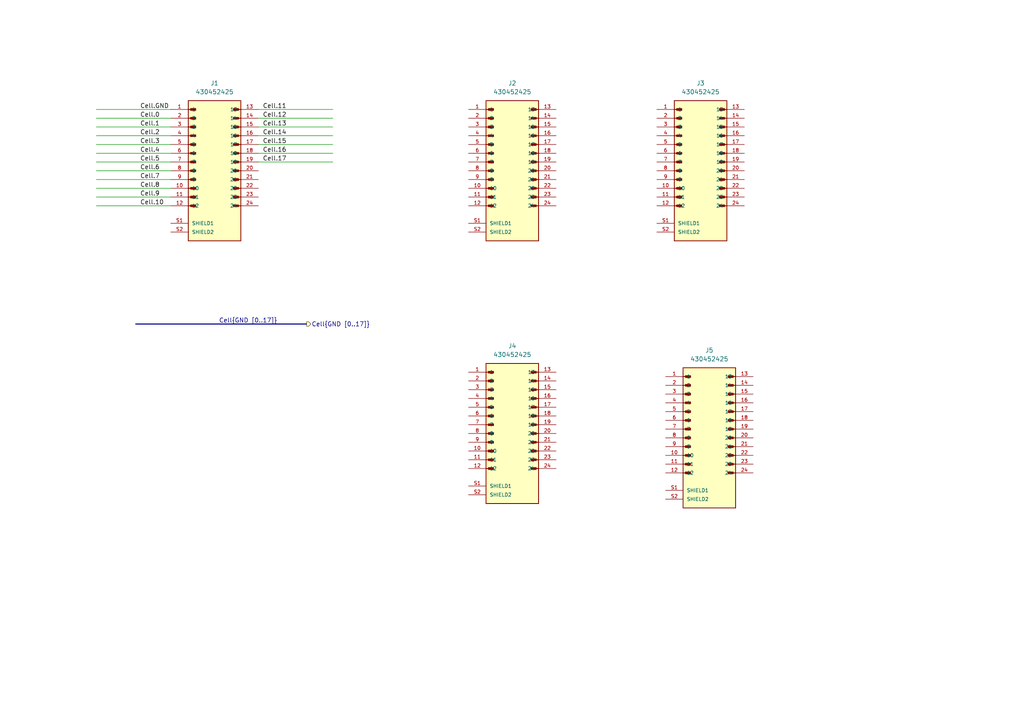
<source format=kicad_sch>
(kicad_sch (version 20230121) (generator eeschema)
  (paper "A4")
  (lib_symbols
    (symbol "430452425:430452425" (pin_names (offset 1.016))
      (property "Reference" "J" (at -7.62 21.59 0))
      (property "Value" "430452425" (at -7.62 -22.86 0))
      (symbol "430452425_0_0"
        (rectangle (start -7.62 -20.32) (end 7.62 20.32) (stroke (width 0.254)) (fill (type background)))
        (rectangle (start -6.985 -10.4775) (end -5.3975 -9.8425) (stroke (width 0.1)) (fill (type outline)))
        (rectangle (start -6.985 -7.9375) (end -5.3975 -7.3025) (stroke (width 0.1)) (fill (type outline)))
        (rectangle (start -6.985 -5.3975) (end -5.3975 -4.7625) (stroke (width 0.1)) (fill (type outline)))
        (rectangle (start -6.985 -2.8575) (end -5.3975 -2.2225) (stroke (width 0.1)) (fill (type outline)))
        (rectangle (start -6.985 -0.3175) (end -5.3975 0.3175) (stroke (width 0.1)) (fill (type outline)))
        (rectangle (start -6.985 2.2225) (end -5.3975 2.8575) (stroke (width 0.1)) (fill (type outline)))
        (rectangle (start -6.985 4.7625) (end -5.3975 5.3975) (stroke (width 0.1)) (fill (type outline)))
        (rectangle (start -6.985 7.3025) (end -5.3975 7.9375) (stroke (width 0.1)) (fill (type outline)))
        (rectangle (start -6.985 9.8425) (end -5.3975 10.4775) (stroke (width 0.1)) (fill (type outline)))
        (rectangle (start -6.985 12.3825) (end -5.3975 13.0175) (stroke (width 0.1)) (fill (type outline)))
        (rectangle (start -6.985 14.9225) (end -5.3975 15.5575) (stroke (width 0.1)) (fill (type outline)))
        (rectangle (start -6.985 17.4625) (end -5.3975 18.0975) (stroke (width 0.1)) (fill (type outline)))
        (polyline (pts (xy -7.62 -10.16) (xy -5.715 -10.16)) (stroke (width 0.254)))
        (polyline (pts (xy -7.62 -7.62) (xy -5.715 -7.62)) (stroke (width 0.254)))
        (polyline (pts (xy -7.62 -5.08) (xy -5.715 -5.08)) (stroke (width 0.254)))
        (polyline (pts (xy -7.62 -2.54) (xy -5.715 -2.54)) (stroke (width 0.254)))
        (polyline (pts (xy -7.62 0) (xy -5.715 0)) (stroke (width 0.254)))
        (polyline (pts (xy -7.62 2.54) (xy -5.715 2.54)) (stroke (width 0.254)))
        (polyline (pts (xy -7.62 5.08) (xy -5.715 5.08)) (stroke (width 0.254)))
        (polyline (pts (xy -7.62 7.62) (xy -5.715 7.62)) (stroke (width 0.254)))
        (polyline (pts (xy -7.62 10.16) (xy -5.715 10.16)) (stroke (width 0.254)))
        (polyline (pts (xy -7.62 12.7) (xy -5.715 12.7)) (stroke (width 0.254)))
        (polyline (pts (xy -7.62 15.24) (xy -5.715 15.24)) (stroke (width 0.254)))
        (polyline (pts (xy -7.62 17.78) (xy -5.715 17.78)) (stroke (width 0.254)))
        (polyline (pts (xy 7.62 -10.16) (xy 5.715 -10.16)) (stroke (width 0.254)))
        (polyline (pts (xy 7.62 -7.62) (xy 5.715 -7.62)) (stroke (width 0.254)))
        (polyline (pts (xy 7.62 -5.08) (xy 5.715 -5.08)) (stroke (width 0.254)))
        (polyline (pts (xy 7.62 -2.54) (xy 5.715 -2.54)) (stroke (width 0.254)))
        (polyline (pts (xy 7.62 0) (xy 5.715 0)) (stroke (width 0.254)))
        (polyline (pts (xy 7.62 2.54) (xy 5.715 2.54)) (stroke (width 0.254)))
        (polyline (pts (xy 7.62 5.08) (xy 5.715 5.08)) (stroke (width 0.254)))
        (polyline (pts (xy 7.62 7.62) (xy 5.715 7.62)) (stroke (width 0.254)))
        (polyline (pts (xy 7.62 10.16) (xy 5.715 10.16)) (stroke (width 0.254)))
        (polyline (pts (xy 7.62 12.7) (xy 5.715 12.7)) (stroke (width 0.254)))
        (polyline (pts (xy 7.62 15.24) (xy 5.715 15.24)) (stroke (width 0.254)))
        (polyline (pts (xy 7.62 17.78) (xy 5.715 17.78)) (stroke (width 0.254)))
        (rectangle (start 5.3975 -10.4775) (end 6.985 -9.8425) (stroke (width 0.1)) (fill (type outline)))
        (rectangle (start 5.3975 -7.9375) (end 6.985 -7.3025) (stroke (width 0.1)) (fill (type outline)))
        (rectangle (start 5.3975 -5.3975) (end 6.985 -4.7625) (stroke (width 0.1)) (fill (type outline)))
        (rectangle (start 5.3975 -2.8575) (end 6.985 -2.2225) (stroke (width 0.1)) (fill (type outline)))
        (rectangle (start 5.3975 -0.3175) (end 6.985 0.3175) (stroke (width 0.1)) (fill (type outline)))
        (rectangle (start 5.3975 2.2225) (end 6.985 2.8575) (stroke (width 0.1)) (fill (type outline)))
        (rectangle (start 5.3975 4.7625) (end 6.985 5.3975) (stroke (width 0.1)) (fill (type outline)))
        (rectangle (start 5.3975 7.3025) (end 6.985 7.9375) (stroke (width 0.1)) (fill (type outline)))
        (rectangle (start 5.3975 9.8425) (end 6.985 10.4775) (stroke (width 0.1)) (fill (type outline)))
        (rectangle (start 5.3975 12.3825) (end 6.985 13.0175) (stroke (width 0.1)) (fill (type outline)))
        (rectangle (start 5.3975 14.9225) (end 6.985 15.5575) (stroke (width 0.1)) (fill (type outline)))
        (rectangle (start 5.3975 17.4625) (end 6.985 18.0975) (stroke (width 0.1)) (fill (type outline)))
        (pin passive line (at -12.7 17.78 0) (length 5.08) (name "1") (number "1"))
        (pin passive line (at -12.7 -5.08 0) (length 5.08) (name "10") (number "10"))
        (pin passive line (at -12.7 -7.62 0) (length 5.08) (name "11") (number "11"))
        (pin passive line (at -12.7 -10.16 0) (length 5.08) (name "12") (number "12"))
        (pin passive line (at 12.7 17.78 180) (length 5.08) (name "13") (number "13"))
        (pin passive line (at 12.7 15.24 180) (length 5.08) (name "14") (number "14"))
        (pin passive line (at 12.7 12.7 180) (length 5.08) (name "15") (number "15"))
        (pin passive line (at 12.7 10.16 180) (length 5.08) (name "16") (number "16"))
        (pin passive line (at 12.7 7.62 180) (length 5.08) (name "17") (number "17"))
        (pin passive line (at 12.7 5.08 180) (length 5.08) (name "18") (number "18"))
        (pin passive line (at 12.7 2.54 180) (length 5.08) (name "19") (number "19"))
        (pin passive line (at -12.7 15.24 0) (length 5.08) (name "2") (number "2"))
        (pin passive line (at 12.7 0 180) (length 5.08) (name "20") (number "20"))
        (pin passive line (at 12.7 -2.54 180) (length 5.08) (name "21") (number "21"))
        (pin passive line (at 12.7 -5.08 180) (length 5.08) (name "22") (number "22"))
        (pin passive line (at 12.7 -7.62 180) (length 5.08) (name "23") (number "23"))
        (pin passive line (at 12.7 -10.16 180) (length 5.08) (name "24") (number "24"))
        (pin passive line (at -12.7 12.7 0) (length 5.08) (name "3") (number "3"))
        (pin passive line (at -12.7 10.16 0) (length 5.08) (name "4") (number "4"))
        (pin passive line (at -12.7 7.62 0) (length 5.08) (name "5") (number "5"))
        (pin passive line (at -12.7 5.08 0) (length 5.08) (name "6") (number "6"))
        (pin passive line (at -12.7 2.54 0) (length 5.08) (name "7") (number "7"))
        (pin passive line (at -12.7 0 0) (length 5.08) (name "8") (number "8"))
        (pin passive line (at -12.7 -2.54 0) (length 5.08) (name "9") (number "9"))
        (pin passive line (at -12.7 -15.24 0) (length 5.08) (name "SHIELD1") (number "S1"))
        (pin passive line (at -12.7 -17.78 0) (length 5.08) (name "SHIELD2") (number "S2"))
      )
    )
  )
  (bus (pts (xy 39.37 93.98) (xy 88.9 93.98)))
  (wire (pts (xy 74.93 46.99) (xy 96.52 46.99)))
  (wire (pts (xy 74.93 36.83) (xy 96.52 36.83)))
  (wire (pts (xy 74.93 44.45) (xy 96.52 44.45)))
  (wire (pts (xy 27.94 39.37) (xy 49.53 39.37)))
  (wire (pts (xy 74.93 31.75) (xy 96.52 31.75)))
  (wire (pts (xy 27.94 59.69) (xy 49.53 59.69)))
  (wire (pts (xy 27.94 54.61) (xy 49.53 54.61)))
  (wire (pts (xy 27.94 44.45) (xy 49.53 44.45)))
  (wire (pts (xy 27.94 49.53) (xy 49.53 49.53)))
  (wire (pts (xy 27.94 57.15) (xy 49.53 57.15)))
  (wire (pts (xy 27.94 36.83) (xy 49.53 36.83)))
  (wire (pts (xy 74.93 41.91) (xy 96.52 41.91)))
  (wire (pts (xy 27.94 41.91) (xy 49.53 41.91)))
  (wire (pts (xy 27.94 31.75) (xy 49.53 31.75)))
  (wire (pts (xy 27.94 52.07) (xy 49.53 52.07)))
  (wire (pts (xy 27.94 46.99) (xy 49.53 46.99)))
  (wire (pts (xy 74.93 34.29) (xy 96.52 34.29)))
  (wire (pts (xy 74.93 39.37) (xy 96.52 39.37)))
  (wire (pts (xy 27.94 34.29) (xy 49.53 34.29)))
  (label "Cell.9" (at 40.64 57.15 0))
  (label "Cell.2" (at 40.64 39.37 0))
  (label "Cell.14" (at 76.2 39.37 0))
  (label "Cell.4" (at 40.64 44.45 0))
  (label "Cell.6" (at 40.64 49.53 0))
  (label "Cell.8" (at 40.64 54.61 0))
  (label "Cell.11" (at 76.2 31.75 0))
  (label "Cell.10" (at 40.64 59.69 0))
  (label "Cell.16" (at 76.2 44.45 0))
  (label "Cell.7" (at 40.64 52.07 0))
  (label "Cell.0" (at 40.64 34.29 0))
  (label "Cell.17" (at 76.2 46.99 0))
  (label "Cell.5" (at 40.64 46.99 0))
  (label "Cell{GND [0..17]}" (at 63.5 93.98 0))
  (label "Cell.15" (at 76.2 41.91 0))
  (label "Cell.13" (at 76.2 36.83 0))
  (label "Cell.3" (at 40.64 41.91 0))
  (label "Cell.1" (at 40.64 36.83 0))
  (label "Cell.12" (at 76.2 34.29 0))
  (label "Cell.GND" (at 40.64 31.75 0))
  (hierarchical_label "Cell{GND [0..17]}" (shape output) (at 88.9 93.98 0))
  (symbol (lib_id "430452425:430452425") (at 62.23 49.53 0) (unit 1)
    (property "Reference" "J1" (at 62.23 24.13 0))
    (property "Value" "430452425" (at 62.23 26.67 0))
    (property "Footprint" "430452425:MOLEX430452425" (effects hide))
    (property "MF" "Molex" (effects hide))
    (property "MAXIMUM_PACKAGE_HEIGHT" "9.91mm" (effects hide))
    (property "Package" "None" (effects hide))
    (property "Price" "None" (effects hide))
    (property "Check_prices" "https://www.snapeda.com/parts/430452425/Molex/view-part/?ref=eda" (effects hide))
    (property "STANDARD" "Manufacturer Recommendations" (effects hide))
    (property "PARTREV" "H4" (effects hide))
    (property "SnapEDA_Link" "https://www.snapeda.com/parts/430452425/Molex/view-part/?ref=snap" (effects hide))
    (property "MP" "430452425" (effects hide))
    (property "Description" "\nConnector Header Through Hole 24 position 0.118 (3.00mm)\n" (effects hide))
    (property "Availability" "In Stock" (effects hide))
    (property "MANUFACTURER" "Molex" (effects hide))
  )
  (symbol (lib_id "430452425:430452425") (at 148.59 49.53 0) (unit 1)
    (property "Reference" "J2" (at 148.59 24.13 0))
    (property "Value" "430452425" (at 148.59 26.67 0))
    (property "Footprint" "430452425:MOLEX_430452425" (effects hide))
    (property "MF" "Molex" (effects hide))
    (property "MAXIMUM_PACKAGE_HEIGHT" "9.91mm" (effects hide))
    (property "Package" "None" (effects hide))
    (property "Price" "None" (effects hide))
    (property "Check_prices" "https://www.snapeda.com/parts/430452425/Molex/view-part/?ref=eda" (effects hide))
    (property "STANDARD" "Manufacturer Recommendations" (effects hide))
    (property "PARTREV" "H4" (effects hide))
    (property "SnapEDA_Link" "https://www.snapeda.com/parts/430452425/Molex/view-part/?ref=snap" (effects hide))
    (property "MP" "430452425" (effects hide))
    (property "Description" "\nConnector Header Through Hole 24 position 0.118 (3.00mm)\n" (effects hide))
    (property "Availability" "In Stock" (effects hide))
    (property "MANUFACTURER" "Molex" (effects hide))
  )
  (symbol (lib_id "430452425:430452425") (at 205.74 127 0) (unit 1)
    (property "Reference" "J5" (at 205.74 101.6 0))
    (property "Value" "430452425" (at 205.74 104.14 0))
    (property "Footprint" "430452425:MOLEX_430452425" (effects hide))
    (property "MF" "Molex" (effects hide))
    (property "MAXIMUM_PACKAGE_HEIGHT" "9.91mm" (effects hide))
    (property "Package" "None" (effects hide))
    (property "Price" "None" (effects hide))
    (property "Check_prices" "https://www.snapeda.com/parts/430452425/Molex/view-part/?ref=eda" (effects hide))
    (property "STANDARD" "Manufacturer Recommendations" (effects hide))
    (property "PARTREV" "H4" (effects hide))
    (property "SnapEDA_Link" "https://www.snapeda.com/parts/430452425/Molex/view-part/?ref=snap" (effects hide))
    (property "MP" "430452425" (effects hide))
    (property "Description" "\nConnector Header Through Hole 24 position 0.118 (3.00mm)\n" (effects hide))
    (property "Availability" "In Stock" (effects hide))
    (property "MANUFACTURER" "Molex" (effects hide))
  )
  (symbol (lib_id "430452425:430452425") (at 148.59 125.73 0) (unit 1)
    (property "Reference" "J4" (at 148.59 100.33 0))
    (property "Value" "430452425" (at 148.59 102.87 0))
    (property "Footprint" "430452425:MOLEX_430452425" (effects hide))
    (property "MF" "Molex" (effects hide))
    (property "MAXIMUM_PACKAGE_HEIGHT" "9.91mm" (effects hide))
    (property "Package" "None" (effects hide))
    (property "Price" "None" (effects hide))
    (property "Check_prices" "https://www.snapeda.com/parts/430452425/Molex/view-part/?ref=eda" (effects hide))
    (property "STANDARD" "Manufacturer Recommendations" (effects hide))
    (property "PARTREV" "H4" (effects hide))
    (property "SnapEDA_Link" "https://www.snapeda.com/parts/430452425/Molex/view-part/?ref=snap" (effects hide))
    (property "MP" "430452425" (effects hide))
    (property "Description" "\nConnector Header Through Hole 24 position 0.118 (3.00mm)\n" (effects hide))
    (property "Availability" "In Stock" (effects hide))
    (property "MANUFACTURER" "Molex" (effects hide))
  )
  (symbol (lib_id "430452425:430452425") (at 203.2 49.53 0) (unit 1)
    (property "Reference" "J3" (at 203.2 24.13 0))
    (property "Value" "430452425" (at 203.2 26.67 0))
    (property "Footprint" "430452425:MOLEX_430452425" (effects hide))
    (property "MF" "Molex" (effects hide))
    (property "MAXIMUM_PACKAGE_HEIGHT" "9.91mm" (effects hide))
    (property "Package" "None" (effects hide))
    (property "Price" "None" (effects hide))
    (property "Check_prices" "https://www.snapeda.com/parts/430452425/Molex/view-part/?ref=eda" (effects hide))
    (property "STANDARD" "Manufacturer Recommendations" (effects hide))
    (property "PARTREV" "H4" (effects hide))
    (property "SnapEDA_Link" "https://www.snapeda.com/parts/430452425/Molex/view-part/?ref=snap" (effects hide))
    (property "MP" "430452425" (effects hide))
    (property "Description" "\nConnector Header Through Hole 24 position 0.118 (3.00mm)\n" (effects hide))
    (property "Availability" "In Stock" (effects hide))
    (property "MANUFACTURER" "Molex" (effects hide))
  )
)
</source>
